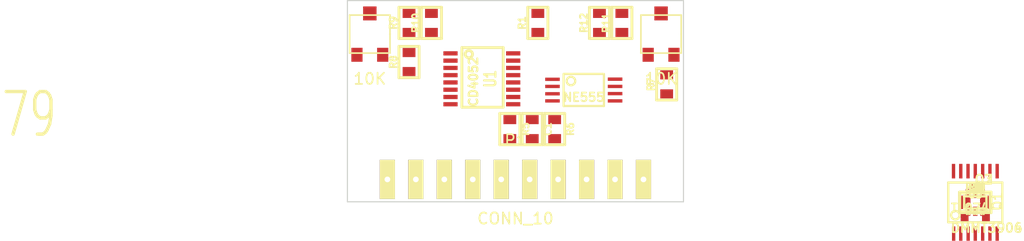
<source format=kicad_pcb>
(kicad_pcb (version 3) (host pcbnew "(2013-07-07 BZR 4022)-stable")

  (general
    (links 96)
    (no_connects 70)
    (area 111.949999 55.949999 142.050001 74.050001)
    (thickness 1.6)
    (drawings 5)
    (tracks 0)
    (zones 0)
    (modules 39)
    (nets 33)
  )

  (page A3)
  (layers
    (15 F.Cu signal)
    (0 B.Cu signal)
    (16 B.Adhes user)
    (17 F.Adhes user)
    (18 B.Paste user)
    (19 F.Paste user)
    (20 B.SilkS user)
    (21 F.SilkS user)
    (22 B.Mask user)
    (23 F.Mask user)
    (24 Dwgs.User user)
    (25 Cmts.User user)
    (26 Eco1.User user)
    (27 Eco2.User user)
    (28 Edge.Cuts user)
  )

  (setup
    (last_trace_width 0.254)
    (trace_clearance 0.254)
    (zone_clearance 0.254)
    (zone_45_only no)
    (trace_min 0.254)
    (segment_width 0.2)
    (edge_width 0.1)
    (via_size 0.889)
    (via_drill 0.381)
    (via_min_size 0.889)
    (via_min_drill 0.381)
    (uvia_size 0.508)
    (uvia_drill 0.127)
    (uvias_allowed no)
    (uvia_min_size 0.508)
    (uvia_min_drill 0.127)
    (pcb_text_width 0.3)
    (pcb_text_size 1.5 1.5)
    (mod_edge_width 0.15)
    (mod_text_size 1 1)
    (mod_text_width 0.15)
    (pad_size 1.5 1.5)
    (pad_drill 0.6)
    (pad_to_mask_clearance 0)
    (aux_axis_origin 0 0)
    (visible_elements 7FFE7B7F)
    (pcbplotparams
      (layerselection 284196865)
      (usegerberextensions true)
      (excludeedgelayer true)
      (linewidth 0.150000)
      (plotframeref false)
      (viasonmask false)
      (mode 1)
      (useauxorigin false)
      (hpglpennumber 1)
      (hpglpenspeed 20)
      (hpglpendiameter 15)
      (hpglpenoverlay 2)
      (psnegative false)
      (psa4output false)
      (plotreference true)
      (plotvalue false)
      (plotothertext true)
      (plotinvisibletext false)
      (padsonsilk false)
      (subtractmaskfromsilk true)
      (outputformat 1)
      (mirror false)
      (drillshape 0)
      (scaleselection 1)
      (outputdirectory Gerbers/))
  )

  (net 0 "")
  (net 1 +12V)
  (net 2 -12V)
  (net 3 ATTACK)
  (net 4 DECAY)
  (net 5 "ENV OUT")
  (net 6 GATE)
  (net 7 GND)
  (net 8 "INV OUT")
  (net 9 N-0000011)
  (net 10 N-0000012)
  (net 11 N-0000013)
  (net 12 N-0000014)
  (net 13 N-0000015)
  (net 14 N-0000018)
  (net 15 N-0000019)
  (net 16 N-0000020)
  (net 17 N-0000024)
  (net 18 N-0000025)
  (net 19 N-0000026)
  (net 20 N-0000028)
  (net 21 N-0000029)
  (net 22 N-000003)
  (net 23 N-0000030)
  (net 24 N-0000031)
  (net 25 N-000004)
  (net 26 N-000005)
  (net 27 N-000006)
  (net 28 N-000007)
  (net 29 N-000008)
  (net 30 N-000009)
  (net 31 RELEASE)
  (net 32 SUSTAIN)

  (net_class Default "This is the default net class."
    (clearance 0.254)
    (trace_width 0.254)
    (via_dia 0.889)
    (via_drill 0.381)
    (uvia_dia 0.508)
    (uvia_drill 0.127)
    (add_net "")
    (add_net +12V)
    (add_net -12V)
    (add_net ATTACK)
    (add_net DECAY)
    (add_net "ENV OUT")
    (add_net GATE)
    (add_net GND)
    (add_net "INV OUT")
    (add_net N-0000011)
    (add_net N-0000012)
    (add_net N-0000013)
    (add_net N-0000014)
    (add_net N-0000015)
    (add_net N-0000018)
    (add_net N-0000019)
    (add_net N-0000020)
    (add_net N-0000024)
    (add_net N-0000025)
    (add_net N-0000026)
    (add_net N-0000028)
    (add_net N-0000029)
    (add_net N-000003)
    (add_net N-0000030)
    (add_net N-0000031)
    (add_net N-000004)
    (add_net N-000005)
    (add_net N-000006)
    (add_net N-000007)
    (add_net N-000008)
    (add_net N-000009)
    (add_net RELEASE)
    (add_net SUSTAIN)
  )

  (net_class POWER ""
    (clearance 0.254)
    (trace_width 0.3556)
    (via_dia 1.143)
    (via_drill 0.6096)
    (uvia_dia 0.508)
    (uvia_drill 0.127)
  )

  (net_class SIGNAL ""
    (clearance 0.254)
    (trace_width 0.254)
    (via_dia 0.889)
    (via_drill 0.381)
    (uvia_dia 0.508)
    (uvia_drill 0.127)
  )

  (module TSSOP8-JRL (layer F.Cu) (tedit 52EC3DDF) (tstamp 548623E3)
    (at 133 64 270)
    (path /52EA6826)
    (attr smd)
    (fp_text reference U2 (at 0 -4.2 270) (layer F.SilkS) hide
      (effects (font (size 0.762 0.635) (thickness 0.15875)))
    )
    (fp_text value NE555 (at 0.65 -0.1 360) (layer F.SilkS)
      (effects (font (size 0.762 0.762) (thickness 0.16002)))
    )
    (fp_line (start -1.43 -1.9) (end 1.43 -1.9) (layer F.SilkS) (width 0.2))
    (fp_line (start 1.43 -1.9) (end 1.43 1.7) (layer F.SilkS) (width 0.2))
    (fp_line (start 1.43 1.7) (end -1.43 1.7) (layer F.SilkS) (width 0.2))
    (fp_line (start -1.438 1.678) (end -1.438 -1.878) (layer F.SilkS) (width 0.2))
    (fp_circle (center -0.803 1.043) (end -1.184 1.043) (layer F.SilkS) (width 0.2))
    (pad 1 smd rect (at -0.9554 2.694 270) (size 0.29972 1.30048)
      (layers F.Cu F.Paste F.Mask)
      (net 7 GND)
    )
    (pad 2 smd rect (at -0.3204 2.694 270) (size 0.29972 1.30048)
      (layers F.Cu F.Paste F.Mask)
      (net 29 N-000008)
    )
    (pad 3 smd rect (at 0.34 2.694 270) (size 0.29972 1.30048)
      (layers F.Cu F.Paste F.Mask)
      (net 20 N-0000028)
    )
    (pad 4 smd rect (at 0.975 2.694 270) (size 0.29972 1.30048)
      (layers F.Cu F.Paste F.Mask)
      (net 1 +12V)
    )
    (pad 5 smd rect (at 0.975 -2.894 270) (size 0.29972 1.30048)
      (layers F.Cu F.Paste F.Mask)
      (net 28 N-000007)
    )
    (pad 6 smd rect (at 0.3273 -2.894 270) (size 0.29972 1.30048)
      (layers F.Cu F.Paste F.Mask)
      (net 25 N-000004)
    )
    (pad 7 smd rect (at -0.3204 -2.894 270) (size 0.29972 1.30048)
      (layers F.Cu F.Paste F.Mask)
    )
    (pad 8 smd rect (at -0.9681 -2.894 270) (size 0.29972 1.30048)
      (layers F.Cu F.Paste F.Mask)
      (net 1 +12V)
    )
    (model smd\smd_dil\tssop-14.wrl
      (at (xyz 0 0 0))
      (scale (xyz 1 1 1))
      (rotate (xyz 0 0 0))
    )
  )

  (module TSSOP16 (layer F.Cu) (tedit 4E43E09E) (tstamp 548623FC)
    (at 124 63 270)
    (path /52E9DAA2)
    (attr smd)
    (fp_text reference U1 (at 0 -0.7493 270) (layer F.SilkS)
      (effects (font (size 1.016 0.762) (thickness 0.1905)))
    )
    (fp_text value CD4052 (at 0.24892 0.7493 270) (layer F.SilkS)
      (effects (font (size 0.762 0.762) (thickness 0.1905)))
    )
    (fp_line (start -2.794 -1.905) (end 2.54 -1.905) (layer F.SilkS) (width 0.254))
    (fp_line (start 2.54 -1.905) (end 2.54 1.778) (layer F.SilkS) (width 0.254))
    (fp_line (start 2.54 1.778) (end -2.794 1.778) (layer F.SilkS) (width 0.254))
    (fp_line (start -2.794 1.778) (end -2.794 -1.905) (layer F.SilkS) (width 0.254))
    (fp_circle (center -2.20218 1.15824) (end -2.40538 1.41224) (layer F.SilkS) (width 0.254))
    (pad 1 smd rect (at -2.27584 2.79908 270) (size 0.381 1.27)
      (layers F.Cu F.Paste F.Mask)
      (net 4 DECAY)
    )
    (pad 2 smd rect (at -1.6256 2.79908 270) (size 0.381 1.27)
      (layers F.Cu F.Paste F.Mask)
      (net 7 GND)
    )
    (pad 3 smd rect (at -0.97536 2.79908 270) (size 0.381 1.27)
      (layers F.Cu F.Paste F.Mask)
      (net 19 N-0000026)
    )
    (pad 4 smd rect (at -0.32512 2.79908 270) (size 0.381 1.27)
      (layers F.Cu F.Paste F.Mask)
      (net 31 RELEASE)
    )
    (pad 5 smd rect (at 0.32512 2.79908 270) (size 0.381 1.27)
      (layers F.Cu F.Paste F.Mask)
      (net 31 RELEASE)
    )
    (pad 6 smd rect (at 0.97536 2.79908 270) (size 0.381 1.27)
      (layers F.Cu F.Paste F.Mask)
      (net 7 GND)
    )
    (pad 7 smd rect (at 1.6256 2.79908 270) (size 0.381 1.27)
      (layers F.Cu F.Paste F.Mask)
      (net 7 GND)
    )
    (pad 8 smd rect (at 2.27584 2.79908 270) (size 0.381 1.27)
      (layers F.Cu F.Paste F.Mask)
      (net 7 GND)
    )
    (pad 9 smd rect (at 2.27584 -2.79908 270) (size 0.381 1.27)
      (layers F.Cu F.Paste F.Mask)
      (net 20 N-0000028)
    )
    (pad 10 smd rect (at 1.6256 -2.79908 270) (size 0.381 1.27)
      (layers F.Cu F.Paste F.Mask)
      (net 27 N-000006)
    )
    (pad 11 smd rect (at 0.97536 -2.79908 270) (size 0.381 1.27)
      (layers F.Cu F.Paste F.Mask)
      (net 7 GND)
    )
    (pad 12 smd rect (at 0.32512 -2.79908 270) (size 0.381 1.27)
      (layers F.Cu F.Paste F.Mask)
      (net 32 SUSTAIN)
    )
    (pad 13 smd rect (at -0.32512 -2.79908 270) (size 0.381 1.27)
      (layers F.Cu F.Paste F.Mask)
      (net 11 N-0000013)
    )
    (pad 14 smd rect (at -0.97536 -2.79908 270) (size 0.381 1.27)
      (layers F.Cu F.Paste F.Mask)
      (net 7 GND)
    )
    (pad 15 smd rect (at -1.6256 -2.79908 270) (size 0.381 1.27)
      (layers F.Cu F.Paste F.Mask)
      (net 14 N-0000018)
    )
    (pad 16 smd rect (at -2.27584 -2.79908 270) (size 0.381 1.27)
      (layers F.Cu F.Paste F.Mask)
      (net 1 +12V)
    )
    (model smd\smd_dil\tssop-16.wrl
      (at (xyz 0 0 0))
      (scale (xyz 1 1 1))
      (rotate (xyz 0 0 0))
    )
  )

  (module TSSOP14 (layer F.Cu) (tedit 4E43F187) (tstamp 54862413)
    (at 168.050001 74.055001)
    (path /52E9CC88)
    (attr smd)
    (fp_text reference U3 (at 0 -0.762) (layer F.SilkS)
      (effects (font (size 0.762 0.635) (thickness 0.16002)))
    )
    (fp_text value TL074- (at 0 0.508) (layer F.SilkS)
      (effects (font (size 0.762 0.762) (thickness 0.16002)))
    )
    (fp_line (start -2.413 -1.778) (end 2.413 -1.778) (layer F.SilkS) (width 0.2032))
    (fp_line (start 2.413 -1.778) (end 2.413 1.778) (layer F.SilkS) (width 0.2032))
    (fp_line (start 2.413 1.778) (end -2.413 1.778) (layer F.SilkS) (width 0.2032))
    (fp_line (start -2.413 1.778) (end -2.413 -1.778) (layer F.SilkS) (width 0.2032))
    (fp_circle (center -1.778 1.143) (end -2.159 1.143) (layer F.SilkS) (width 0.2032))
    (pad 1 smd rect (at -1.9304 2.794) (size 0.29972 1.30048)
      (layers F.Cu F.Paste F.Mask)
      (net 8 "INV OUT")
    )
    (pad 2 smd rect (at -1.2954 2.794) (size 0.29972 1.30048)
      (layers F.Cu F.Paste F.Mask)
      (net 17 N-0000024)
    )
    (pad 3 smd rect (at -0.635 2.794) (size 0.29972 1.30048)
      (layers F.Cu F.Paste F.Mask)
      (net 30 N-000009)
    )
    (pad 4 smd rect (at 0 2.794) (size 0.29972 1.30048)
      (layers F.Cu F.Paste F.Mask)
      (net 1 +12V)
    )
    (pad 5 smd rect (at 0.6604 2.794) (size 0.29972 1.30048)
      (layers F.Cu F.Paste F.Mask)
      (net 12 N-0000014)
    )
    (pad 6 smd rect (at 1.3081 2.794) (size 0.29972 1.30048)
      (layers F.Cu F.Paste F.Mask)
      (net 13 N-0000015)
    )
    (pad 7 smd rect (at 1.9558 2.794) (size 0.29972 1.30048)
      (layers F.Cu F.Paste F.Mask)
      (net 10 N-0000012)
    )
    (pad 8 smd rect (at 1.9558 -2.794) (size 0.29972 1.30048)
      (layers F.Cu F.Paste F.Mask)
      (net 9 N-0000011)
    )
    (pad 9 smd rect (at 1.3081 -2.794) (size 0.29972 1.30048)
      (layers F.Cu F.Paste F.Mask)
      (net 24 N-0000031)
    )
    (pad 10 smd rect (at 0.6604 -2.794) (size 0.29972 1.30048)
      (layers F.Cu F.Paste F.Mask)
      (net 7 GND)
    )
    (pad 11 smd rect (at 0 -2.794) (size 0.29972 1.30048)
      (layers F.Cu F.Paste F.Mask)
      (net 2 -12V)
    )
    (pad 12 smd rect (at -0.6477 -2.794) (size 0.29972 1.30048)
      (layers F.Cu F.Paste F.Mask)
      (net 7 GND)
    )
    (pad 13 smd rect (at -1.2954 -2.794) (size 0.29972 1.30048)
      (layers F.Cu F.Paste F.Mask)
      (net 26 N-000005)
    )
    (pad 14 smd rect (at -1.9431 -2.794) (size 0.29972 1.30048)
      (layers F.Cu F.Paste F.Mask)
      (net 25 N-000004)
    )
    (model smd\smd_dil\tssop-14.wrl
      (at (xyz 0 0 0))
      (scale (xyz 1 1 1))
      (rotate (xyz 0 0 0))
    )
  )

  (module SOT363-JRL (layer F.Cu) (tedit 512395CF) (tstamp 5486243A)
    (at 168.050001 74.055001)
    (descr "SMALL OUTLINE TRANSISTOR; 6 LEADS")
    (tags "SMALL OUTLINE TRANSISTOR; 6 LEADS")
    (path /52EA83F8)
    (attr smd)
    (fp_text reference Q3 (at 0.762 -2.032) (layer F.SilkS)
      (effects (font (size 0.8128 0.8128) (thickness 0.1524)))
    )
    (fp_text value DMMT3906 (at 1.016 2.286) (layer F.SilkS)
      (effects (font (size 0.8128 0.8128) (thickness 0.1524)))
    )
    (fp_line (start -0.79756 1.09982) (end -0.49784 1.09982) (layer F.SilkS) (width 0.06604))
    (fp_line (start -0.49784 1.09982) (end -0.49784 0.59944) (layer F.SilkS) (width 0.06604))
    (fp_line (start -0.79756 0.59944) (end -0.49784 0.59944) (layer F.SilkS) (width 0.06604))
    (fp_line (start -0.79756 1.09982) (end -0.79756 0.59944) (layer F.SilkS) (width 0.06604))
    (fp_line (start -0.14986 1.09982) (end 0.14986 1.09982) (layer F.SilkS) (width 0.06604))
    (fp_line (start 0.14986 1.09982) (end 0.14986 0.59944) (layer F.SilkS) (width 0.06604))
    (fp_line (start -0.14986 0.59944) (end 0.14986 0.59944) (layer F.SilkS) (width 0.06604))
    (fp_line (start -0.14986 1.09982) (end -0.14986 0.59944) (layer F.SilkS) (width 0.06604))
    (fp_line (start 0.49784 1.09982) (end 0.79756 1.09982) (layer F.SilkS) (width 0.06604))
    (fp_line (start 0.79756 1.09982) (end 0.79756 0.59944) (layer F.SilkS) (width 0.06604))
    (fp_line (start 0.49784 0.59944) (end 0.79756 0.59944) (layer F.SilkS) (width 0.06604))
    (fp_line (start 0.49784 1.09982) (end 0.49784 0.59944) (layer F.SilkS) (width 0.06604))
    (fp_line (start 0.49784 -0.59944) (end 0.79756 -0.59944) (layer F.SilkS) (width 0.06604))
    (fp_line (start 0.79756 -0.59944) (end 0.79756 -1.09982) (layer F.SilkS) (width 0.06604))
    (fp_line (start 0.49784 -1.09982) (end 0.79756 -1.09982) (layer F.SilkS) (width 0.06604))
    (fp_line (start 0.49784 -0.59944) (end 0.49784 -1.09982) (layer F.SilkS) (width 0.06604))
    (fp_line (start -0.14986 -0.59944) (end 0.14986 -0.59944) (layer F.SilkS) (width 0.06604))
    (fp_line (start 0.14986 -0.59944) (end 0.14986 -1.09982) (layer F.SilkS) (width 0.06604))
    (fp_line (start -0.14986 -1.09982) (end 0.14986 -1.09982) (layer F.SilkS) (width 0.06604))
    (fp_line (start -0.14986 -0.59944) (end -0.14986 -1.09982) (layer F.SilkS) (width 0.06604))
    (fp_line (start -0.79756 -0.59944) (end -0.49784 -0.59944) (layer F.SilkS) (width 0.06604))
    (fp_line (start -0.49784 -0.59944) (end -0.49784 -1.09982) (layer F.SilkS) (width 0.06604))
    (fp_line (start -0.79756 -1.09982) (end -0.49784 -1.09982) (layer F.SilkS) (width 0.06604))
    (fp_line (start -0.79756 -0.59944) (end -0.79756 -1.09982) (layer F.SilkS) (width 0.06604))
    (fp_line (start -0.99822 -0.54864) (end 0.99822 -0.54864) (layer F.SilkS) (width 0.2032))
    (fp_line (start 0.99822 -0.54864) (end 0.99822 0.54864) (layer F.SilkS) (width 0.2032))
    (fp_line (start 0.99822 0.54864) (end -0.99822 0.54864) (layer F.SilkS) (width 0.2032))
    (fp_line (start -0.99822 0.54864) (end -0.99822 -0.54864) (layer F.SilkS) (width 0.2032))
    (fp_circle (center -0.6985 0.24892) (end -0.77216 0.32258) (layer F.SilkS) (width 0.1524))
    (pad 1 smd rect (at -0.6477 0.79756) (size 0.39878 0.79756)
      (layers F.Cu F.Paste F.Mask)
      (net 7 GND)
    )
    (pad 2 smd rect (at 0 0.79756) (size 0.39878 0.79756)
      (layers F.Cu F.Paste F.Mask)
      (net 23 N-0000030)
    )
    (pad 3 smd rect (at 0.6477 0.79756) (size 0.39878 0.79756)
      (layers F.Cu F.Paste F.Mask)
      (net 26 N-000005)
    )
    (pad 4 smd rect (at 0.6477 -0.79756) (size 0.39878 0.79756)
      (layers F.Cu F.Paste F.Mask)
      (net 18 N-0000025)
    )
    (pad 5 smd rect (at 0 -0.79756) (size 0.39878 0.79756)
      (layers F.Cu F.Paste F.Mask)
      (net 18 N-0000025)
    )
    (pad 6 smd rect (at -0.6477 -0.79756) (size 0.39878 0.79756)
      (layers F.Cu F.Paste F.Mask)
      (net 24 N-0000031)
    )
  )

  (module SOT363-JRL (layer F.Cu) (tedit 512395CF) (tstamp 54862461)
    (at 168.050001 74.055001)
    (descr "SMALL OUTLINE TRANSISTOR; 6 LEADS")
    (tags "SMALL OUTLINE TRANSISTOR; 6 LEADS")
    (path /52EA83E9)
    (attr smd)
    (fp_text reference Q2 (at 0.762 -2.032) (layer F.SilkS)
      (effects (font (size 0.8128 0.8128) (thickness 0.1524)))
    )
    (fp_text value DMMT3904 (at 1.016 2.286) (layer F.SilkS)
      (effects (font (size 0.8128 0.8128) (thickness 0.1524)))
    )
    (fp_line (start -0.79756 1.09982) (end -0.49784 1.09982) (layer F.SilkS) (width 0.06604))
    (fp_line (start -0.49784 1.09982) (end -0.49784 0.59944) (layer F.SilkS) (width 0.06604))
    (fp_line (start -0.79756 0.59944) (end -0.49784 0.59944) (layer F.SilkS) (width 0.06604))
    (fp_line (start -0.79756 1.09982) (end -0.79756 0.59944) (layer F.SilkS) (width 0.06604))
    (fp_line (start -0.14986 1.09982) (end 0.14986 1.09982) (layer F.SilkS) (width 0.06604))
    (fp_line (start 0.14986 1.09982) (end 0.14986 0.59944) (layer F.SilkS) (width 0.06604))
    (fp_line (start -0.14986 0.59944) (end 0.14986 0.59944) (layer F.SilkS) (width 0.06604))
    (fp_line (start -0.14986 1.09982) (end -0.14986 0.59944) (layer F.SilkS) (width 0.06604))
    (fp_line (start 0.49784 1.09982) (end 0.79756 1.09982) (layer F.SilkS) (width 0.06604))
    (fp_line (start 0.79756 1.09982) (end 0.79756 0.59944) (layer F.SilkS) (width 0.06604))
    (fp_line (start 0.49784 0.59944) (end 0.79756 0.59944) (layer F.SilkS) (width 0.06604))
    (fp_line (start 0.49784 1.09982) (end 0.49784 0.59944) (layer F.SilkS) (width 0.06604))
    (fp_line (start 0.49784 -0.59944) (end 0.79756 -0.59944) (layer F.SilkS) (width 0.06604))
    (fp_line (start 0.79756 -0.59944) (end 0.79756 -1.09982) (layer F.SilkS) (width 0.06604))
    (fp_line (start 0.49784 -1.09982) (end 0.79756 -1.09982) (layer F.SilkS) (width 0.06604))
    (fp_line (start 0.49784 -0.59944) (end 0.49784 -1.09982) (layer F.SilkS) (width 0.06604))
    (fp_line (start -0.14986 -0.59944) (end 0.14986 -0.59944) (layer F.SilkS) (width 0.06604))
    (fp_line (start 0.14986 -0.59944) (end 0.14986 -1.09982) (layer F.SilkS) (width 0.06604))
    (fp_line (start -0.14986 -1.09982) (end 0.14986 -1.09982) (layer F.SilkS) (width 0.06604))
    (fp_line (start -0.14986 -0.59944) (end -0.14986 -1.09982) (layer F.SilkS) (width 0.06604))
    (fp_line (start -0.79756 -0.59944) (end -0.49784 -0.59944) (layer F.SilkS) (width 0.06604))
    (fp_line (start -0.49784 -0.59944) (end -0.49784 -1.09982) (layer F.SilkS) (width 0.06604))
    (fp_line (start -0.79756 -1.09982) (end -0.49784 -1.09982) (layer F.SilkS) (width 0.06604))
    (fp_line (start -0.79756 -0.59944) (end -0.79756 -1.09982) (layer F.SilkS) (width 0.06604))
    (fp_line (start -0.99822 -0.54864) (end 0.99822 -0.54864) (layer F.SilkS) (width 0.2032))
    (fp_line (start 0.99822 -0.54864) (end 0.99822 0.54864) (layer F.SilkS) (width 0.2032))
    (fp_line (start 0.99822 0.54864) (end -0.99822 0.54864) (layer F.SilkS) (width 0.2032))
    (fp_line (start -0.99822 0.54864) (end -0.99822 -0.54864) (layer F.SilkS) (width 0.2032))
    (fp_circle (center -0.6985 0.24892) (end -0.77216 0.32258) (layer F.SilkS) (width 0.1524))
    (pad 1 smd rect (at -0.6477 0.79756) (size 0.39878 0.79756)
      (layers F.Cu F.Paste F.Mask)
      (net 21 N-0000029)
    )
    (pad 2 smd rect (at 0 0.79756) (size 0.39878 0.79756)
      (layers F.Cu F.Paste F.Mask)
      (net 7 GND)
    )
    (pad 3 smd rect (at 0.6477 0.79756) (size 0.39878 0.79756)
      (layers F.Cu F.Paste F.Mask)
      (net 26 N-000005)
    )
    (pad 4 smd rect (at 0.6477 -0.79756) (size 0.39878 0.79756)
      (layers F.Cu F.Paste F.Mask)
      (net 18 N-0000025)
    )
    (pad 5 smd rect (at 0 -0.79756) (size 0.39878 0.79756)
      (layers F.Cu F.Paste F.Mask)
      (net 18 N-0000025)
    )
    (pad 6 smd rect (at -0.6477 -0.79756) (size 0.39878 0.79756)
      (layers F.Cu F.Paste F.Mask)
      (net 24 N-0000031)
    )
  )

  (module SOT23 (layer F.Cu) (tedit 5281A23A) (tstamp 5486246C)
    (at 168.050001 74.055001)
    (tags SOT23)
    (path /52EA6833)
    (fp_text reference Q1 (at 1.99898 -0.09906 90) (layer F.SilkS)
      (effects (font (size 0.8128 0.8128) (thickness 0.1524)))
    )
    (fp_text value 2N3904 (at 0.0635 0) (layer F.SilkS) hide
      (effects (font (size 0.8128 0.8128) (thickness 0.1524)))
    )
    (fp_line (start 1.27 0.762) (end -1.3335 0.762) (layer F.SilkS) (width 0.127))
    (fp_line (start -1.3335 0.762) (end -1.3335 -0.762) (layer F.SilkS) (width 0.127))
    (fp_line (start -1.3335 -0.762) (end 1.27 -0.762) (layer F.SilkS) (width 0.127))
    (fp_line (start 1.27 -0.762) (end 1.27 0.762) (layer F.SilkS) (width 0.127))
    (pad 3 smd rect (at 0 -1.27) (size 0.70104 1.00076)
      (layers F.Cu F.Paste F.Mask)
      (net 27 N-000006)
    )
    (pad 2 smd rect (at 0.9525 1.27) (size 0.70104 1.00076)
      (layers F.Cu F.Paste F.Mask)
      (net 22 N-000003)
    )
    (pad 1 smd rect (at -0.9525 1.27) (size 0.70104 1.00076)
      (layers F.Cu F.Paste F.Mask)
      (net 7 GND)
    )
    (model smd/SOT23_6.wrl
      (at (xyz 0 0 0))
      (scale (xyz 0.11 0.11 0.11))
      (rotate (xyz 0 0 -180))
    )
  )

  (module SM0603-JRL (layer F.Cu) (tedit 528C3246) (tstamp 54862476)
    (at 168.050001 74.055001)
    (path /5485F539)
    (attr smd)
    (fp_text reference R24 (at 0 -1.4) (layer F.SilkS)
      (effects (font (size 0.6096 0.6096) (thickness 0.1524)))
    )
    (fp_text value 100K (at 0 0) (layer F.SilkS) hide
      (effects (font (size 0.508 0.4572) (thickness 0.1143)))
    )
    (fp_line (start -1.4 0.9) (end 1.4 0.9) (layer F.SilkS) (width 0.254))
    (fp_line (start 1.4 0.9) (end 1.4 -0.9) (layer F.SilkS) (width 0.254))
    (fp_line (start 1.4 -0.9) (end -1.4 -0.9) (layer F.SilkS) (width 0.254))
    (fp_line (start -1.4 -0.9) (end -1.4 0.9) (layer F.SilkS) (width 0.254))
    (pad 1 smd rect (at -0.8509 0) (size 0.8128 1.143)
      (layers F.Cu F.Paste F.Mask)
      (net 17 N-0000024)
    )
    (pad 2 smd rect (at 0.8509 0) (size 0.8128 1.143)
      (layers F.Cu F.Paste F.Mask)
      (net 8 "INV OUT")
    )
    (model smd\resistors\R0603.wrl
      (at (xyz 0 0 0.001))
      (scale (xyz 0.5 0.5 0.5))
      (rotate (xyz 0 0 0))
    )
  )

  (module SM0603-JRL (layer F.Cu) (tedit 528C3246) (tstamp 54862480)
    (at 168.050001 74.055001)
    (path /548528E0)
    (attr smd)
    (fp_text reference R14 (at 0 -1.4) (layer F.SilkS)
      (effects (font (size 0.6096 0.6096) (thickness 0.1524)))
    )
    (fp_text value 3.3K** (at 0 0) (layer F.SilkS) hide
      (effects (font (size 0.508 0.4572) (thickness 0.1143)))
    )
    (fp_line (start -1.4 0.9) (end 1.4 0.9) (layer F.SilkS) (width 0.254))
    (fp_line (start 1.4 0.9) (end 1.4 -0.9) (layer F.SilkS) (width 0.254))
    (fp_line (start 1.4 -0.9) (end -1.4 -0.9) (layer F.SilkS) (width 0.254))
    (fp_line (start -1.4 -0.9) (end -1.4 0.9) (layer F.SilkS) (width 0.254))
    (pad 1 smd rect (at -0.8509 0) (size 0.8128 1.143)
      (layers F.Cu F.Paste F.Mask)
      (net 28 N-000007)
    )
    (pad 2 smd rect (at 0.8509 0) (size 0.8128 1.143)
      (layers F.Cu F.Paste F.Mask)
      (net 1 +12V)
    )
    (model smd\resistors\R0603.wrl
      (at (xyz 0 0 0.001))
      (scale (xyz 0.5 0.5 0.5))
      (rotate (xyz 0 0 0))
    )
  )

  (module SM0603-JRL (layer F.Cu) (tedit 528C3246) (tstamp 5486248A)
    (at 168.050001 74.055001)
    (path /52EC5EBC)
    (attr smd)
    (fp_text reference C7 (at 0 -1.4) (layer F.SilkS)
      (effects (font (size 0.6096 0.6096) (thickness 0.1524)))
    )
    (fp_text value 100n (at 0 0) (layer F.SilkS) hide
      (effects (font (size 0.508 0.4572) (thickness 0.1143)))
    )
    (fp_line (start -1.4 0.9) (end 1.4 0.9) (layer F.SilkS) (width 0.254))
    (fp_line (start 1.4 0.9) (end 1.4 -0.9) (layer F.SilkS) (width 0.254))
    (fp_line (start 1.4 -0.9) (end -1.4 -0.9) (layer F.SilkS) (width 0.254))
    (fp_line (start -1.4 -0.9) (end -1.4 0.9) (layer F.SilkS) (width 0.254))
    (pad 1 smd rect (at -0.8509 0) (size 0.8128 1.143)
      (layers F.Cu F.Paste F.Mask)
      (net 7 GND)
    )
    (pad 2 smd rect (at 0.8509 0) (size 0.8128 1.143)
      (layers F.Cu F.Paste F.Mask)
      (net 2 -12V)
    )
    (model smd\resistors\R0603.wrl
      (at (xyz 0 0 0.001))
      (scale (xyz 0.5 0.5 0.5))
      (rotate (xyz 0 0 0))
    )
  )

  (module SM0603-JRL (layer F.Cu) (tedit 528C3246) (tstamp 54862494)
    (at 168.050001 74.055001)
    (path /52EC5EB6)
    (attr smd)
    (fp_text reference C6 (at 0 -1.4) (layer F.SilkS)
      (effects (font (size 0.6096 0.6096) (thickness 0.1524)))
    )
    (fp_text value 100n (at 0 0) (layer F.SilkS) hide
      (effects (font (size 0.508 0.4572) (thickness 0.1143)))
    )
    (fp_line (start -1.4 0.9) (end 1.4 0.9) (layer F.SilkS) (width 0.254))
    (fp_line (start 1.4 0.9) (end 1.4 -0.9) (layer F.SilkS) (width 0.254))
    (fp_line (start 1.4 -0.9) (end -1.4 -0.9) (layer F.SilkS) (width 0.254))
    (fp_line (start -1.4 -0.9) (end -1.4 0.9) (layer F.SilkS) (width 0.254))
    (pad 1 smd rect (at -0.8509 0) (size 0.8128 1.143)
      (layers F.Cu F.Paste F.Mask)
      (net 1 +12V)
    )
    (pad 2 smd rect (at 0.8509 0) (size 0.8128 1.143)
      (layers F.Cu F.Paste F.Mask)
      (net 7 GND)
    )
    (model smd\resistors\R0603.wrl
      (at (xyz 0 0 0.001))
      (scale (xyz 0.5 0.5 0.5))
      (rotate (xyz 0 0 0))
    )
  )

  (module SM0603-JRL (layer F.Cu) (tedit 528C3246) (tstamp 5486249E)
    (at 168.050001 74.055001)
    (path /52EC40BB)
    (attr smd)
    (fp_text reference C3 (at 0 -1.4) (layer F.SilkS)
      (effects (font (size 0.6096 0.6096) (thickness 0.1524)))
    )
    (fp_text value 100n (at 0 0) (layer F.SilkS) hide
      (effects (font (size 0.508 0.4572) (thickness 0.1143)))
    )
    (fp_line (start -1.4 0.9) (end 1.4 0.9) (layer F.SilkS) (width 0.254))
    (fp_line (start 1.4 0.9) (end 1.4 -0.9) (layer F.SilkS) (width 0.254))
    (fp_line (start 1.4 -0.9) (end -1.4 -0.9) (layer F.SilkS) (width 0.254))
    (fp_line (start -1.4 -0.9) (end -1.4 0.9) (layer F.SilkS) (width 0.254))
    (pad 1 smd rect (at -0.8509 0) (size 0.8128 1.143)
      (layers F.Cu F.Paste F.Mask)
      (net 1 +12V)
    )
    (pad 2 smd rect (at 0.8509 0) (size 0.8128 1.143)
      (layers F.Cu F.Paste F.Mask)
      (net 7 GND)
    )
    (model smd\resistors\R0603.wrl
      (at (xyz 0 0 0.001))
      (scale (xyz 0.5 0.5 0.5))
      (rotate (xyz 0 0 0))
    )
  )

  (module SM0603-JRL (layer F.Cu) (tedit 528C3246) (tstamp 548624A8)
    (at 130.5 67.5 270)
    (path /52EA6BBB)
    (attr smd)
    (fp_text reference R6 (at 0 -1.4 270) (layer F.SilkS)
      (effects (font (size 0.6096 0.6096) (thickness 0.1524)))
    )
    (fp_text value 10K (at 0 0 270) (layer F.SilkS) hide
      (effects (font (size 0.508 0.4572) (thickness 0.1143)))
    )
    (fp_line (start -1.4 0.9) (end 1.4 0.9) (layer F.SilkS) (width 0.254))
    (fp_line (start 1.4 0.9) (end 1.4 -0.9) (layer F.SilkS) (width 0.254))
    (fp_line (start 1.4 -0.9) (end -1.4 -0.9) (layer F.SilkS) (width 0.254))
    (fp_line (start -1.4 -0.9) (end -1.4 0.9) (layer F.SilkS) (width 0.254))
    (pad 1 smd rect (at -0.8509 0 270) (size 0.8128 1.143)
      (layers F.Cu F.Paste F.Mask)
      (net 1 +12V)
    )
    (pad 2 smd rect (at 0.8509 0 270) (size 0.8128 1.143)
      (layers F.Cu F.Paste F.Mask)
      (net 29 N-000008)
    )
    (model smd\resistors\R0603.wrl
      (at (xyz 0 0 0.001))
      (scale (xyz 0.5 0.5 0.5))
      (rotate (xyz 0 0 0))
    )
  )

  (module SM0603-JRL (layer F.Cu) (tedit 528C3246) (tstamp 548624B2)
    (at 168.050001 74.055001)
    (path /5485F689)
    (attr smd)
    (fp_text reference R18 (at 0 -1.4) (layer F.SilkS)
      (effects (font (size 0.6096 0.6096) (thickness 0.1524)))
    )
    (fp_text value 100K (at 0 0) (layer F.SilkS) hide
      (effects (font (size 0.508 0.4572) (thickness 0.1143)))
    )
    (fp_line (start -1.4 0.9) (end 1.4 0.9) (layer F.SilkS) (width 0.254))
    (fp_line (start 1.4 0.9) (end 1.4 -0.9) (layer F.SilkS) (width 0.254))
    (fp_line (start 1.4 -0.9) (end -1.4 -0.9) (layer F.SilkS) (width 0.254))
    (fp_line (start -1.4 -0.9) (end -1.4 0.9) (layer F.SilkS) (width 0.254))
    (pad 1 smd rect (at -0.8509 0) (size 0.8128 1.143)
      (layers F.Cu F.Paste F.Mask)
      (net 25 N-000004)
    )
    (pad 2 smd rect (at 0.8509 0) (size 0.8128 1.143)
      (layers F.Cu F.Paste F.Mask)
      (net 17 N-0000024)
    )
    (model smd\resistors\R0603.wrl
      (at (xyz 0 0 0.001))
      (scale (xyz 0.5 0.5 0.5))
      (rotate (xyz 0 0 0))
    )
  )

  (module SM0603-JRL (layer F.Cu) (tedit 528C3246) (tstamp 548624BC)
    (at 134.5 58 90)
    (path /52EA8941)
    (attr smd)
    (fp_text reference R12 (at 0 -1.4 90) (layer F.SilkS)
      (effects (font (size 0.6096 0.6096) (thickness 0.1524)))
    )
    (fp_text value 270K (at 0 0 90) (layer F.SilkS) hide
      (effects (font (size 0.508 0.4572) (thickness 0.1143)))
    )
    (fp_line (start -1.4 0.9) (end 1.4 0.9) (layer F.SilkS) (width 0.254))
    (fp_line (start 1.4 0.9) (end 1.4 -0.9) (layer F.SilkS) (width 0.254))
    (fp_line (start 1.4 -0.9) (end -1.4 -0.9) (layer F.SilkS) (width 0.254))
    (fp_line (start -1.4 -0.9) (end -1.4 0.9) (layer F.SilkS) (width 0.254))
    (pad 1 smd rect (at -0.8509 0 90) (size 0.8128 1.143)
      (layers F.Cu F.Paste F.Mask)
      (net 2 -12V)
    )
    (pad 2 smd rect (at 0.8509 0 90) (size 0.8128 1.143)
      (layers F.Cu F.Paste F.Mask)
      (net 21 N-0000029)
    )
    (model smd\resistors\R0603.wrl
      (at (xyz 0 0 0.001))
      (scale (xyz 0.5 0.5 0.5))
      (rotate (xyz 0 0 0))
    )
  )

  (module SM0603-JRL (layer F.Cu) (tedit 528C3246) (tstamp 548624C6)
    (at 168.050001 74.055001)
    (path /5485F9ED)
    (attr smd)
    (fp_text reference R23 (at 0 -1.4) (layer F.SilkS)
      (effects (font (size 0.6096 0.6096) (thickness 0.1524)))
    )
    (fp_text value 10K (at 0 0) (layer F.SilkS) hide
      (effects (font (size 0.508 0.4572) (thickness 0.1143)))
    )
    (fp_line (start -1.4 0.9) (end 1.4 0.9) (layer F.SilkS) (width 0.254))
    (fp_line (start 1.4 0.9) (end 1.4 -0.9) (layer F.SilkS) (width 0.254))
    (fp_line (start 1.4 -0.9) (end -1.4 -0.9) (layer F.SilkS) (width 0.254))
    (fp_line (start -1.4 -0.9) (end -1.4 0.9) (layer F.SilkS) (width 0.254))
    (pad 1 smd rect (at -0.8509 0) (size 0.8128 1.143)
      (layers F.Cu F.Paste F.Mask)
      (net 7 GND)
    )
    (pad 2 smd rect (at 0.8509 0) (size 0.8128 1.143)
      (layers F.Cu F.Paste F.Mask)
      (net 30 N-000009)
    )
    (model smd\resistors\R0603.wrl
      (at (xyz 0 0 0.001))
      (scale (xyz 0.5 0.5 0.5))
      (rotate (xyz 0 0 0))
    )
  )

  (module SM0603-JRL (layer F.Cu) (tedit 528C3246) (tstamp 548624D0)
    (at 136.5 58 90)
    (path /52EA893B)
    (attr smd)
    (fp_text reference R11 (at 0 -1.4 90) (layer F.SilkS)
      (effects (font (size 0.6096 0.6096) (thickness 0.1524)))
    )
    (fp_text value 2.2K (at 0 0 90) (layer F.SilkS) hide
      (effects (font (size 0.508 0.4572) (thickness 0.1143)))
    )
    (fp_line (start -1.4 0.9) (end 1.4 0.9) (layer F.SilkS) (width 0.254))
    (fp_line (start 1.4 0.9) (end 1.4 -0.9) (layer F.SilkS) (width 0.254))
    (fp_line (start 1.4 -0.9) (end -1.4 -0.9) (layer F.SilkS) (width 0.254))
    (fp_line (start -1.4 -0.9) (end -1.4 0.9) (layer F.SilkS) (width 0.254))
    (pad 1 smd rect (at -0.8509 0 90) (size 0.8128 1.143)
      (layers F.Cu F.Paste F.Mask)
      (net 7 GND)
    )
    (pad 2 smd rect (at 0.8509 0 90) (size 0.8128 1.143)
      (layers F.Cu F.Paste F.Mask)
      (net 21 N-0000029)
    )
    (model smd\resistors\R0603.wrl
      (at (xyz 0 0 0.001))
      (scale (xyz 0.5 0.5 0.5))
      (rotate (xyz 0 0 0))
    )
  )

  (module SM0603-JRL (layer F.Cu) (tedit 528C3246) (tstamp 548624DA)
    (at 140.5 63.5 90)
    (path /52EA8929)
    (attr smd)
    (fp_text reference R7 (at 0 -1.4 90) (layer F.SilkS)
      (effects (font (size 0.6096 0.6096) (thickness 0.1524)))
    )
    (fp_text value 82K* (at 0 0 90) (layer F.SilkS) hide
      (effects (font (size 0.508 0.4572) (thickness 0.1143)))
    )
    (fp_line (start -1.4 0.9) (end 1.4 0.9) (layer F.SilkS) (width 0.254))
    (fp_line (start 1.4 0.9) (end 1.4 -0.9) (layer F.SilkS) (width 0.254))
    (fp_line (start 1.4 -0.9) (end -1.4 -0.9) (layer F.SilkS) (width 0.254))
    (fp_line (start -1.4 -0.9) (end -1.4 0.9) (layer F.SilkS) (width 0.254))
    (pad 1 smd rect (at -0.8509 0 90) (size 0.8128 1.143)
      (layers F.Cu F.Paste F.Mask)
      (net 3 ATTACK)
    )
    (pad 2 smd rect (at 0.8509 0 90) (size 0.8128 1.143)
      (layers F.Cu F.Paste F.Mask)
      (net 16 N-0000020)
    )
    (model smd\resistors\R0603.wrl
      (at (xyz 0 0 0.001))
      (scale (xyz 0.5 0.5 0.5))
      (rotate (xyz 0 0 0))
    )
  )

  (module SM0603-JRL (layer F.Cu) (tedit 528C3246) (tstamp 548624E4)
    (at 119.5 58 90)
    (path /52EA835C)
    (attr smd)
    (fp_text reference R10 (at 0 -1.4 90) (layer F.SilkS)
      (effects (font (size 0.6096 0.6096) (thickness 0.1524)))
    )
    (fp_text value 270K (at 0 0 90) (layer F.SilkS) hide
      (effects (font (size 0.508 0.4572) (thickness 0.1143)))
    )
    (fp_line (start -1.4 0.9) (end 1.4 0.9) (layer F.SilkS) (width 0.254))
    (fp_line (start 1.4 0.9) (end 1.4 -0.9) (layer F.SilkS) (width 0.254))
    (fp_line (start 1.4 -0.9) (end -1.4 -0.9) (layer F.SilkS) (width 0.254))
    (fp_line (start -1.4 -0.9) (end -1.4 0.9) (layer F.SilkS) (width 0.254))
    (pad 1 smd rect (at -0.8509 0 90) (size 0.8128 1.143)
      (layers F.Cu F.Paste F.Mask)
      (net 2 -12V)
    )
    (pad 2 smd rect (at 0.8509 0 90) (size 0.8128 1.143)
      (layers F.Cu F.Paste F.Mask)
      (net 23 N-0000030)
    )
    (model smd\resistors\R0603.wrl
      (at (xyz 0 0 0.001))
      (scale (xyz 0.5 0.5 0.5))
      (rotate (xyz 0 0 0))
    )
  )

  (module SM0603-JRL (layer F.Cu) (tedit 528C3246) (tstamp 548624EE)
    (at 117.5 58 90)
    (path /52EA8356)
    (attr smd)
    (fp_text reference R9 (at 0 -1.4 90) (layer F.SilkS)
      (effects (font (size 0.6096 0.6096) (thickness 0.1524)))
    )
    (fp_text value 2.2K (at 0 0 90) (layer F.SilkS) hide
      (effects (font (size 0.508 0.4572) (thickness 0.1143)))
    )
    (fp_line (start -1.4 0.9) (end 1.4 0.9) (layer F.SilkS) (width 0.254))
    (fp_line (start 1.4 0.9) (end 1.4 -0.9) (layer F.SilkS) (width 0.254))
    (fp_line (start 1.4 -0.9) (end -1.4 -0.9) (layer F.SilkS) (width 0.254))
    (fp_line (start -1.4 -0.9) (end -1.4 0.9) (layer F.SilkS) (width 0.254))
    (pad 1 smd rect (at -0.8509 0 90) (size 0.8128 1.143)
      (layers F.Cu F.Paste F.Mask)
      (net 7 GND)
    )
    (pad 2 smd rect (at 0.8509 0 90) (size 0.8128 1.143)
      (layers F.Cu F.Paste F.Mask)
      (net 23 N-0000030)
    )
    (model smd\resistors\R0603.wrl
      (at (xyz 0 0 0.001))
      (scale (xyz 0.5 0.5 0.5))
      (rotate (xyz 0 0 0))
    )
  )

  (module SM0603-JRL (layer F.Cu) (tedit 528C3246) (tstamp 548624F8)
    (at 168.050001 74.055001)
    (path /5485FBEA)
    (attr smd)
    (fp_text reference R22 (at 0 -1.4) (layer F.SilkS)
      (effects (font (size 0.6096 0.6096) (thickness 0.1524)))
    )
    (fp_text value 10K (at 0 0) (layer F.SilkS) hide
      (effects (font (size 0.508 0.4572) (thickness 0.1143)))
    )
    (fp_line (start -1.4 0.9) (end 1.4 0.9) (layer F.SilkS) (width 0.254))
    (fp_line (start 1.4 0.9) (end 1.4 -0.9) (layer F.SilkS) (width 0.254))
    (fp_line (start 1.4 -0.9) (end -1.4 -0.9) (layer F.SilkS) (width 0.254))
    (fp_line (start -1.4 -0.9) (end -1.4 0.9) (layer F.SilkS) (width 0.254))
    (pad 1 smd rect (at -0.8509 0) (size 0.8128 1.143)
      (layers F.Cu F.Paste F.Mask)
      (net 1 +12V)
    )
    (pad 2 smd rect (at 0.8509 0) (size 0.8128 1.143)
      (layers F.Cu F.Paste F.Mask)
      (net 30 N-000009)
    )
    (model smd\resistors\R0603.wrl
      (at (xyz 0 0 0.001))
      (scale (xyz 0.5 0.5 0.5))
      (rotate (xyz 0 0 0))
    )
  )

  (module SM0603-JRL (layer F.Cu) (tedit 528C3246) (tstamp 54862502)
    (at 128.5 67.5 270)
    (path /52EA6BA1)
    (attr smd)
    (fp_text reference C1 (at 0 -1.4 270) (layer F.SilkS)
      (effects (font (size 0.6096 0.6096) (thickness 0.1524)))
    )
    (fp_text value 100n (at 0 0 270) (layer F.SilkS) hide
      (effects (font (size 0.508 0.4572) (thickness 0.1143)))
    )
    (fp_line (start -1.4 0.9) (end 1.4 0.9) (layer F.SilkS) (width 0.254))
    (fp_line (start 1.4 0.9) (end 1.4 -0.9) (layer F.SilkS) (width 0.254))
    (fp_line (start 1.4 -0.9) (end -1.4 -0.9) (layer F.SilkS) (width 0.254))
    (fp_line (start -1.4 -0.9) (end -1.4 0.9) (layer F.SilkS) (width 0.254))
    (pad 1 smd rect (at -0.8509 0 270) (size 0.8128 1.143)
      (layers F.Cu F.Paste F.Mask)
      (net 27 N-000006)
    )
    (pad 2 smd rect (at 0.8509 0 270) (size 0.8128 1.143)
      (layers F.Cu F.Paste F.Mask)
      (net 29 N-000008)
    )
    (model smd\resistors\R0603.wrl
      (at (xyz 0 0 0.001))
      (scale (xyz 0.5 0.5 0.5))
      (rotate (xyz 0 0 0))
    )
  )

  (module SM0603-JRL (layer F.Cu) (tedit 528C3246) (tstamp 5486250C)
    (at 168.050001 74.055001)
    (path /52E9D05C)
    (attr smd)
    (fp_text reference C4 (at 0 -1.4) (layer F.SilkS)
      (effects (font (size 0.6096 0.6096) (thickness 0.1524)))
    )
    (fp_text value 100p (at 0 0) (layer F.SilkS) hide
      (effects (font (size 0.508 0.4572) (thickness 0.1143)))
    )
    (fp_line (start -1.4 0.9) (end 1.4 0.9) (layer F.SilkS) (width 0.254))
    (fp_line (start 1.4 0.9) (end 1.4 -0.9) (layer F.SilkS) (width 0.254))
    (fp_line (start 1.4 -0.9) (end -1.4 -0.9) (layer F.SilkS) (width 0.254))
    (fp_line (start -1.4 -0.9) (end -1.4 0.9) (layer F.SilkS) (width 0.254))
    (pad 1 smd rect (at -0.8509 0) (size 0.8128 1.143)
      (layers F.Cu F.Paste F.Mask)
      (net 9 N-0000011)
    )
    (pad 2 smd rect (at 0.8509 0) (size 0.8128 1.143)
      (layers F.Cu F.Paste F.Mask)
      (net 24 N-0000031)
    )
    (model smd\resistors\R0603.wrl
      (at (xyz 0 0 0.001))
      (scale (xyz 0.5 0.5 0.5))
      (rotate (xyz 0 0 0))
    )
  )

  (module SM0603-JRL (layer F.Cu) (tedit 528C3246) (tstamp 54862516)
    (at 129 58 90)
    (path /52E9DB05)
    (attr smd)
    (fp_text reference R1 (at 0 -1.4 90) (layer F.SilkS)
      (effects (font (size 0.6096 0.6096) (thickness 0.1524)))
    )
    (fp_text value 15K (at 0 0 90) (layer F.SilkS) hide
      (effects (font (size 0.508 0.4572) (thickness 0.1143)))
    )
    (fp_line (start -1.4 0.9) (end 1.4 0.9) (layer F.SilkS) (width 0.254))
    (fp_line (start 1.4 0.9) (end 1.4 -0.9) (layer F.SilkS) (width 0.254))
    (fp_line (start 1.4 -0.9) (end -1.4 -0.9) (layer F.SilkS) (width 0.254))
    (fp_line (start -1.4 -0.9) (end -1.4 0.9) (layer F.SilkS) (width 0.254))
    (pad 1 smd rect (at -0.8509 0 90) (size 0.8128 1.143)
      (layers F.Cu F.Paste F.Mask)
      (net 1 +12V)
    )
    (pad 2 smd rect (at 0.8509 0 90) (size 0.8128 1.143)
      (layers F.Cu F.Paste F.Mask)
      (net 14 N-0000018)
    )
    (model smd\resistors\R0603.wrl
      (at (xyz 0 0 0.001))
      (scale (xyz 0.5 0.5 0.5))
      (rotate (xyz 0 0 0))
    )
  )

  (module SM0603-JRL (layer F.Cu) (tedit 528C3246) (tstamp 54862520)
    (at 117.5 61.5 90)
    (path /52E9DCCB)
    (attr smd)
    (fp_text reference R8 (at 0 -1.4 90) (layer F.SilkS)
      (effects (font (size 0.6096 0.6096) (thickness 0.1524)))
    )
    (fp_text value 82K* (at 0 0 90) (layer F.SilkS) hide
      (effects (font (size 0.508 0.4572) (thickness 0.1143)))
    )
    (fp_line (start -1.4 0.9) (end 1.4 0.9) (layer F.SilkS) (width 0.254))
    (fp_line (start 1.4 0.9) (end 1.4 -0.9) (layer F.SilkS) (width 0.254))
    (fp_line (start 1.4 -0.9) (end -1.4 -0.9) (layer F.SilkS) (width 0.254))
    (fp_line (start -1.4 -0.9) (end -1.4 0.9) (layer F.SilkS) (width 0.254))
    (pad 1 smd rect (at -0.8509 0 90) (size 0.8128 1.143)
      (layers F.Cu F.Paste F.Mask)
      (net 19 N-0000026)
    )
    (pad 2 smd rect (at 0.8509 0 90) (size 0.8128 1.143)
      (layers F.Cu F.Paste F.Mask)
      (net 15 N-0000019)
    )
    (model smd\resistors\R0603.wrl
      (at (xyz 0 0 0.001))
      (scale (xyz 0.5 0.5 0.5))
      (rotate (xyz 0 0 0))
    )
  )

  (module SM0603-JRL (layer F.Cu) (tedit 528C3246) (tstamp 5486252A)
    (at 168.050001 74.055001)
    (path /52E9DCF4)
    (attr smd)
    (fp_text reference R13 (at 0 -1.4) (layer F.SilkS)
      (effects (font (size 0.6096 0.6096) (thickness 0.1524)))
    )
    (fp_text value 150K (at 0 0) (layer F.SilkS) hide
      (effects (font (size 0.508 0.4572) (thickness 0.1143)))
    )
    (fp_line (start -1.4 0.9) (end 1.4 0.9) (layer F.SilkS) (width 0.254))
    (fp_line (start 1.4 0.9) (end 1.4 -0.9) (layer F.SilkS) (width 0.254))
    (fp_line (start 1.4 -0.9) (end -1.4 -0.9) (layer F.SilkS) (width 0.254))
    (fp_line (start -1.4 -0.9) (end -1.4 0.9) (layer F.SilkS) (width 0.254))
    (pad 1 smd rect (at -0.8509 0) (size 0.8128 1.143)
      (layers F.Cu F.Paste F.Mask)
      (net 24 N-0000031)
    )
    (pad 2 smd rect (at 0.8509 0) (size 0.8128 1.143)
      (layers F.Cu F.Paste F.Mask)
      (net 10 N-0000012)
    )
    (model smd\resistors\R0603.wrl
      (at (xyz 0 0 0.001))
      (scale (xyz 0.5 0.5 0.5))
      (rotate (xyz 0 0 0))
    )
  )

  (module SM0603-JRL (layer F.Cu) (tedit 528C3246) (tstamp 54862534)
    (at 168.050001 74.055001)
    (path /52E9DD38)
    (attr smd)
    (fp_text reference R19 (at 0 -1.4) (layer F.SilkS)
      (effects (font (size 0.6096 0.6096) (thickness 0.1524)))
    )
    (fp_text value 47K (at 0 0) (layer F.SilkS) hide
      (effects (font (size 0.508 0.4572) (thickness 0.1143)))
    )
    (fp_line (start -1.4 0.9) (end 1.4 0.9) (layer F.SilkS) (width 0.254))
    (fp_line (start 1.4 0.9) (end 1.4 -0.9) (layer F.SilkS) (width 0.254))
    (fp_line (start 1.4 -0.9) (end -1.4 -0.9) (layer F.SilkS) (width 0.254))
    (fp_line (start -1.4 -0.9) (end -1.4 0.9) (layer F.SilkS) (width 0.254))
    (pad 1 smd rect (at -0.8509 0) (size 0.8128 1.143)
      (layers F.Cu F.Paste F.Mask)
      (net 13 N-0000015)
    )
    (pad 2 smd rect (at 0.8509 0) (size 0.8128 1.143)
      (layers F.Cu F.Paste F.Mask)
      (net 25 N-000004)
    )
    (model smd\resistors\R0603.wrl
      (at (xyz 0 0 0.001))
      (scale (xyz 0.5 0.5 0.5))
      (rotate (xyz 0 0 0))
    )
  )

  (module SM0603-JRL (layer F.Cu) (tedit 528C3246) (tstamp 5486253E)
    (at 168.050001 74.055001)
    (path /52E9DD3E)
    (attr smd)
    (fp_text reference R20 (at 0 -1.4) (layer F.SilkS)
      (effects (font (size 0.6096 0.6096) (thickness 0.1524)))
    )
    (fp_text value 47K (at 0 0) (layer F.SilkS) hide
      (effects (font (size 0.508 0.4572) (thickness 0.1143)))
    )
    (fp_line (start -1.4 0.9) (end 1.4 0.9) (layer F.SilkS) (width 0.254))
    (fp_line (start 1.4 0.9) (end 1.4 -0.9) (layer F.SilkS) (width 0.254))
    (fp_line (start 1.4 -0.9) (end -1.4 -0.9) (layer F.SilkS) (width 0.254))
    (fp_line (start -1.4 -0.9) (end -1.4 0.9) (layer F.SilkS) (width 0.254))
    (pad 1 smd rect (at -0.8509 0) (size 0.8128 1.143)
      (layers F.Cu F.Paste F.Mask)
      (net 12 N-0000014)
    )
    (pad 2 smd rect (at 0.8509 0) (size 0.8128 1.143)
      (layers F.Cu F.Paste F.Mask)
      (net 7 GND)
    )
    (model smd\resistors\R0603.wrl
      (at (xyz 0 0 0.001))
      (scale (xyz 0.5 0.5 0.5))
      (rotate (xyz 0 0 0))
    )
  )

  (module SM0603-JRL (layer F.Cu) (tedit 528C3246) (tstamp 54862548)
    (at 168.050001 74.055001)
    (path /52E9DD44)
    (attr smd)
    (fp_text reference R17 (at 0 -1.4) (layer F.SilkS)
      (effects (font (size 0.6096 0.6096) (thickness 0.1524)))
    )
    (fp_text value 47K (at 0 0) (layer F.SilkS) hide
      (effects (font (size 0.508 0.4572) (thickness 0.1143)))
    )
    (fp_line (start -1.4 0.9) (end 1.4 0.9) (layer F.SilkS) (width 0.254))
    (fp_line (start 1.4 0.9) (end 1.4 -0.9) (layer F.SilkS) (width 0.254))
    (fp_line (start 1.4 -0.9) (end -1.4 -0.9) (layer F.SilkS) (width 0.254))
    (fp_line (start -1.4 -0.9) (end -1.4 0.9) (layer F.SilkS) (width 0.254))
    (pad 1 smd rect (at -0.8509 0) (size 0.8128 1.143)
      (layers F.Cu F.Paste F.Mask)
      (net 11 N-0000013)
    )
    (pad 2 smd rect (at 0.8509 0) (size 0.8128 1.143)
      (layers F.Cu F.Paste F.Mask)
      (net 12 N-0000014)
    )
    (model smd\resistors\R0603.wrl
      (at (xyz 0 0 0.001))
      (scale (xyz 0.5 0.5 0.5))
      (rotate (xyz 0 0 0))
    )
  )

  (module SM0603-JRL (layer F.Cu) (tedit 528C3246) (tstamp 54862552)
    (at 168.050001 74.055001)
    (path /52E9DEFE)
    (attr smd)
    (fp_text reference R16 (at 0 -1.4) (layer F.SilkS)
      (effects (font (size 0.6096 0.6096) (thickness 0.1524)))
    )
    (fp_text value 47K (at 0 0) (layer F.SilkS) hide
      (effects (font (size 0.508 0.4572) (thickness 0.1143)))
    )
    (fp_line (start -1.4 0.9) (end 1.4 0.9) (layer F.SilkS) (width 0.254))
    (fp_line (start 1.4 0.9) (end 1.4 -0.9) (layer F.SilkS) (width 0.254))
    (fp_line (start 1.4 -0.9) (end -1.4 -0.9) (layer F.SilkS) (width 0.254))
    (fp_line (start -1.4 -0.9) (end -1.4 0.9) (layer F.SilkS) (width 0.254))
    (pad 1 smd rect (at -0.8509 0) (size 0.8128 1.143)
      (layers F.Cu F.Paste F.Mask)
      (net 10 N-0000012)
    )
    (pad 2 smd rect (at 0.8509 0) (size 0.8128 1.143)
      (layers F.Cu F.Paste F.Mask)
      (net 13 N-0000015)
    )
    (model smd\resistors\R0603.wrl
      (at (xyz 0 0 0.001))
      (scale (xyz 0.5 0.5 0.5))
      (rotate (xyz 0 0 0))
    )
  )

  (module SM0603-JRL (layer F.Cu) (tedit 528C3246) (tstamp 5486255C)
    (at 168.050001 74.055001)
    (path /52E9DF52)
    (attr smd)
    (fp_text reference R15 (at 0 -1.4) (layer F.SilkS)
      (effects (font (size 0.6096 0.6096) (thickness 0.1524)))
    )
    (fp_text value 2.2K (at 0 0) (layer F.SilkS) hide
      (effects (font (size 0.508 0.4572) (thickness 0.1143)))
    )
    (fp_line (start -1.4 0.9) (end 1.4 0.9) (layer F.SilkS) (width 0.254))
    (fp_line (start 1.4 0.9) (end 1.4 -0.9) (layer F.SilkS) (width 0.254))
    (fp_line (start 1.4 -0.9) (end -1.4 -0.9) (layer F.SilkS) (width 0.254))
    (fp_line (start -1.4 -0.9) (end -1.4 0.9) (layer F.SilkS) (width 0.254))
    (pad 1 smd rect (at -0.8509 0) (size 0.8128 1.143)
      (layers F.Cu F.Paste F.Mask)
      (net 9 N-0000011)
    )
    (pad 2 smd rect (at 0.8509 0) (size 0.8128 1.143)
      (layers F.Cu F.Paste F.Mask)
      (net 18 N-0000025)
    )
    (model smd\resistors\R0603.wrl
      (at (xyz 0 0 0.001))
      (scale (xyz 0.5 0.5 0.5))
      (rotate (xyz 0 0 0))
    )
  )

  (module SM0603-JRL (layer F.Cu) (tedit 528C3246) (tstamp 54862566)
    (at 168.050001 74.055001)
    (path /52E9E3E2)
    (attr smd)
    (fp_text reference C5 (at 0 -1.4) (layer F.SilkS)
      (effects (font (size 0.6096 0.6096) (thickness 0.1524)))
    )
    (fp_text value 100n** (at 0 0) (layer F.SilkS) hide
      (effects (font (size 0.508 0.4572) (thickness 0.1143)))
    )
    (fp_line (start -1.4 0.9) (end 1.4 0.9) (layer F.SilkS) (width 0.254))
    (fp_line (start 1.4 0.9) (end 1.4 -0.9) (layer F.SilkS) (width 0.254))
    (fp_line (start 1.4 -0.9) (end -1.4 -0.9) (layer F.SilkS) (width 0.254))
    (fp_line (start -1.4 -0.9) (end -1.4 0.9) (layer F.SilkS) (width 0.254))
    (pad 1 smd rect (at -0.8509 0) (size 0.8128 1.143)
      (layers F.Cu F.Paste F.Mask)
      (net 25 N-000004)
    )
    (pad 2 smd rect (at 0.8509 0) (size 0.8128 1.143)
      (layers F.Cu F.Paste F.Mask)
      (net 26 N-000005)
    )
    (model smd\resistors\R0603.wrl
      (at (xyz 0 0 0.001))
      (scale (xyz 0.5 0.5 0.5))
      (rotate (xyz 0 0 0))
    )
  )

  (module SM0603-JRL (layer F.Cu) (tedit 528C3246) (tstamp 54862570)
    (at 168.050001 74.055001)
    (path /52E9E466)
    (attr smd)
    (fp_text reference R21 (at 0 -1.4) (layer F.SilkS)
      (effects (font (size 0.6096 0.6096) (thickness 0.1524)))
    )
    (fp_text value 1K (at 0 0) (layer F.SilkS) hide
      (effects (font (size 0.508 0.4572) (thickness 0.1143)))
    )
    (fp_line (start -1.4 0.9) (end 1.4 0.9) (layer F.SilkS) (width 0.254))
    (fp_line (start 1.4 0.9) (end 1.4 -0.9) (layer F.SilkS) (width 0.254))
    (fp_line (start 1.4 -0.9) (end -1.4 -0.9) (layer F.SilkS) (width 0.254))
    (fp_line (start -1.4 -0.9) (end -1.4 0.9) (layer F.SilkS) (width 0.254))
    (pad 1 smd rect (at -0.8509 0) (size 0.8128 1.143)
      (layers F.Cu F.Paste F.Mask)
      (net 25 N-000004)
    )
    (pad 2 smd rect (at 0.8509 0) (size 0.8128 1.143)
      (layers F.Cu F.Paste F.Mask)
      (net 5 "ENV OUT")
    )
    (model smd\resistors\R0603.wrl
      (at (xyz 0 0 0.001))
      (scale (xyz 0.5 0.5 0.5))
      (rotate (xyz 0 0 0))
    )
  )

  (module SM0603-JRL (layer F.Cu) (tedit 528C3246) (tstamp 5486257A)
    (at 126.5 67.5 270)
    (path /52EA6840)
    (attr smd)
    (fp_text reference R5 (at 0 -1.4 270) (layer F.SilkS)
      (effects (font (size 0.6096 0.6096) (thickness 0.1524)))
    )
    (fp_text value 22K (at 0 0 270) (layer F.SilkS) hide
      (effects (font (size 0.508 0.4572) (thickness 0.1143)))
    )
    (fp_line (start -1.4 0.9) (end 1.4 0.9) (layer F.SilkS) (width 0.254))
    (fp_line (start 1.4 0.9) (end 1.4 -0.9) (layer F.SilkS) (width 0.254))
    (fp_line (start 1.4 -0.9) (end -1.4 -0.9) (layer F.SilkS) (width 0.254))
    (fp_line (start -1.4 -0.9) (end -1.4 0.9) (layer F.SilkS) (width 0.254))
    (pad 1 smd rect (at -0.8509 0 270) (size 0.8128 1.143)
      (layers F.Cu F.Paste F.Mask)
      (net 27 N-000006)
    )
    (pad 2 smd rect (at 0.8509 0 270) (size 0.8128 1.143)
      (layers F.Cu F.Paste F.Mask)
      (net 1 +12V)
    )
    (model smd\resistors\R0603.wrl
      (at (xyz 0 0 0.001))
      (scale (xyz 0.5 0.5 0.5))
      (rotate (xyz 0 0 0))
    )
  )

  (module SM0603-JRL (layer F.Cu) (tedit 528C3246) (tstamp 54862584)
    (at 168.050001 74.055001)
    (path /52EA6853)
    (attr smd)
    (fp_text reference R3 (at 0 -1.4) (layer F.SilkS)
      (effects (font (size 0.6096 0.6096) (thickness 0.1524)))
    )
    (fp_text value 33K (at 0 0) (layer F.SilkS) hide
      (effects (font (size 0.508 0.4572) (thickness 0.1143)))
    )
    (fp_line (start -1.4 0.9) (end 1.4 0.9) (layer F.SilkS) (width 0.254))
    (fp_line (start 1.4 0.9) (end 1.4 -0.9) (layer F.SilkS) (width 0.254))
    (fp_line (start 1.4 -0.9) (end -1.4 -0.9) (layer F.SilkS) (width 0.254))
    (fp_line (start -1.4 -0.9) (end -1.4 0.9) (layer F.SilkS) (width 0.254))
    (pad 1 smd rect (at -0.8509 0) (size 0.8128 1.143)
      (layers F.Cu F.Paste F.Mask)
      (net 22 N-000003)
    )
    (pad 2 smd rect (at 0.8509 0) (size 0.8128 1.143)
      (layers F.Cu F.Paste F.Mask)
      (net 6 GATE)
    )
    (model smd\resistors\R0603.wrl
      (at (xyz 0 0 0.001))
      (scale (xyz 0.5 0.5 0.5))
      (rotate (xyz 0 0 0))
    )
  )

  (module SM0603-JRL (layer F.Cu) (tedit 528C3246) (tstamp 5486258E)
    (at 168.050001 74.055001)
    (path /52EA68F1)
    (attr smd)
    (fp_text reference R2 (at 0 -1.4) (layer F.SilkS)
      (effects (font (size 0.6096 0.6096) (thickness 0.1524)))
    )
    (fp_text value 100K (at 0 0) (layer F.SilkS) hide
      (effects (font (size 0.508 0.4572) (thickness 0.1143)))
    )
    (fp_line (start -1.4 0.9) (end 1.4 0.9) (layer F.SilkS) (width 0.254))
    (fp_line (start 1.4 0.9) (end 1.4 -0.9) (layer F.SilkS) (width 0.254))
    (fp_line (start 1.4 -0.9) (end -1.4 -0.9) (layer F.SilkS) (width 0.254))
    (fp_line (start -1.4 -0.9) (end -1.4 0.9) (layer F.SilkS) (width 0.254))
    (pad 1 smd rect (at -0.8509 0) (size 0.8128 1.143)
      (layers F.Cu F.Paste F.Mask)
      (net 6 GATE)
    )
    (pad 2 smd rect (at 0.8509 0) (size 0.8128 1.143)
      (layers F.Cu F.Paste F.Mask)
      (net 7 GND)
    )
    (model smd\resistors\R0603.wrl
      (at (xyz 0 0 0.001))
      (scale (xyz 0.5 0.5 0.5))
      (rotate (xyz 0 0 0))
    )
  )

  (module SM0603-JRL (layer F.Cu) (tedit 528C3246) (tstamp 54862598)
    (at 168.050001 74.055001)
    (path /52EA68F7)
    (attr smd)
    (fp_text reference R4 (at 0 -1.4) (layer F.SilkS)
      (effects (font (size 0.6096 0.6096) (thickness 0.1524)))
    )
    (fp_text value 330K (at 0 0) (layer F.SilkS) hide
      (effects (font (size 0.508 0.4572) (thickness 0.1143)))
    )
    (fp_line (start -1.4 0.9) (end 1.4 0.9) (layer F.SilkS) (width 0.254))
    (fp_line (start 1.4 0.9) (end 1.4 -0.9) (layer F.SilkS) (width 0.254))
    (fp_line (start 1.4 -0.9) (end -1.4 -0.9) (layer F.SilkS) (width 0.254))
    (fp_line (start -1.4 -0.9) (end -1.4 0.9) (layer F.SilkS) (width 0.254))
    (pad 1 smd rect (at -0.8509 0) (size 0.8128 1.143)
      (layers F.Cu F.Paste F.Mask)
      (net 22 N-000003)
    )
    (pad 2 smd rect (at 0.8509 0) (size 0.8128 1.143)
      (layers F.Cu F.Paste F.Mask)
      (net 2 -12V)
    )
    (model smd\resistors\R0603.wrl
      (at (xyz 0 0 0.001))
      (scale (xyz 0.5 0.5 0.5))
      (rotate (xyz 0 0 0))
    )
  )

  (module PVG3 (layer F.Cu) (tedit 53397839) (tstamp 548625A4)
    (at 140 59)
    (path /537F6A7A)
    (fp_text reference T1 (at 0 0) (layer F.SilkS) hide
      (effects (font (size 1 1) (thickness 0.15)))
    )
    (fp_text value 10K (at 0 4) (layer F.SilkS)
      (effects (font (size 1 1) (thickness 0.15)))
    )
    (fp_line (start 1.8 0) (end 1.8 -1.7) (layer F.SilkS) (width 0.15))
    (fp_line (start 1.8 -1.7) (end -1.8 -1.7) (layer F.SilkS) (width 0.15))
    (fp_line (start -1.8 -1.7) (end -1.8 1.7) (layer F.SilkS) (width 0.15))
    (fp_line (start -1.8 1.7) (end 1.8 1.7) (layer F.SilkS) (width 0.15))
    (fp_line (start 1.8 1.7) (end 1.8 0) (layer F.SilkS) (width 0.15))
    (pad 1 smd rect (at 1.15 1.85) (size 1 1.25)
      (layers F.Cu F.Paste F.Mask)
      (net 16 N-0000020)
    )
    (pad 3 smd rect (at -1.15 1.85) (size 1 1.25)
      (layers F.Cu F.Paste F.Mask)
      (net 21 N-0000029)
    )
    (pad 2 smd rect (at 0 -1.85) (size 1.2 1.25)
      (layers F.Cu F.Paste F.Mask)
      (net 21 N-0000029)
    )
  )

  (module PVG3 (layer F.Cu) (tedit 53397839) (tstamp 548625B0)
    (at 114 59)
    (path /537F6F53)
    (fp_text reference T2 (at 0 0) (layer F.SilkS) hide
      (effects (font (size 1 1) (thickness 0.15)))
    )
    (fp_text value 10K (at 0 4) (layer F.SilkS)
      (effects (font (size 1 1) (thickness 0.15)))
    )
    (fp_line (start 1.8 0) (end 1.8 -1.7) (layer F.SilkS) (width 0.15))
    (fp_line (start 1.8 -1.7) (end -1.8 -1.7) (layer F.SilkS) (width 0.15))
    (fp_line (start -1.8 -1.7) (end -1.8 1.7) (layer F.SilkS) (width 0.15))
    (fp_line (start -1.8 1.7) (end 1.8 1.7) (layer F.SilkS) (width 0.15))
    (fp_line (start 1.8 1.7) (end 1.8 0) (layer F.SilkS) (width 0.15))
    (pad 1 smd rect (at 1.15 1.85) (size 1 1.25)
      (layers F.Cu F.Paste F.Mask)
      (net 15 N-0000019)
    )
    (pad 3 smd rect (at -1.15 1.85) (size 1 1.25)
      (layers F.Cu F.Paste F.Mask)
      (net 23 N-0000030)
    )
    (pad 2 smd rect (at 0 -1.85) (size 1.2 1.25)
      (layers F.Cu F.Paste F.Mask)
      (net 23 N-0000030)
    )
  )

  (module CONN_10X_0100_SMD_THRUHOLE (layer F.Cu) (tedit 540685C2) (tstamp 548625BE)
    (at 127 72)
    (path /52EC3606)
    (fp_text reference P1 (at 0 -3.5) (layer F.SilkS)
      (effects (font (size 1 1) (thickness 0.15)))
    )
    (fp_text value CONN_10 (at 0 3.5) (layer F.SilkS)
      (effects (font (size 1 1) (thickness 0.15)))
    )
    (pad 1 thru_hole rect (at -11.43 0) (size 1.35 3.5) (drill 0.508)
      (layers *.Cu *.Mask F.SilkS)
      (net 1 +12V)
    )
    (pad 2 thru_hole rect (at -8.89 0) (size 1.35 3.5) (drill 0.508)
      (layers *.Cu *.Mask F.SilkS)
      (net 4 DECAY)
    )
    (pad 3 thru_hole rect (at -6.35 0) (size 1.35 3.5) (drill 0.508)
      (layers *.Cu *.Mask F.SilkS)
      (net 2 -12V)
    )
    (pad 4 thru_hole rect (at -3.81 0) (size 1.35 3.5) (drill 0.508)
      (layers *.Cu *.Mask F.SilkS)
      (net 5 "ENV OUT")
    )
    (pad 5 thru_hole rect (at -1.27 0) (size 1.35 3.5) (drill 0.508)
      (layers *.Cu *.Mask F.SilkS)
      (net 8 "INV OUT")
    )
    (pad 6 thru_hole rect (at 1.27 0) (size 1.35 3.5) (drill 0.508)
      (layers *.Cu *.Mask F.SilkS)
      (net 32 SUSTAIN)
    )
    (pad 7 thru_hole rect (at 3.81 0) (size 1.35 3.5) (drill 0.508)
      (layers *.Cu *.Mask F.SilkS)
      (net 31 RELEASE)
    )
    (pad 8 thru_hole rect (at 6.35 0) (size 1.35 3.5) (drill 0.508)
      (layers *.Cu *.Mask F.SilkS)
      (net 7 GND)
    )
    (pad 9 thru_hole rect (at 8.89 0) (size 1.35 3.5) (drill 0.508)
      (layers *.Cu *.Mask F.SilkS)
      (net 3 ATTACK)
    )
    (pad 10 thru_hole rect (at 11.43 0) (size 1.35 3.5) (drill 0.508)
      (layers *.Cu *.Mask F.SilkS)
      (net 6 GATE)
    )
  )

  (gr_line (start 142 56) (end 112 56) (angle 90) (layer Edge.Cuts) (width 0.1))
  (gr_line (start 142 74) (end 142 56) (angle 90) (layer Edge.Cuts) (width 0.1))
  (gr_line (start 112 74) (end 142 74) (angle 90) (layer Edge.Cuts) (width 0.1))
  (gr_line (start 112 56) (end 112 74) (angle 90) (layer Edge.Cuts) (width 0.1))
  (gr_text 79 (at 83.6 66.2) (layer F.SilkS)
    (effects (font (size 3.81 2.54) (thickness 0.3)))
  )

)

</source>
